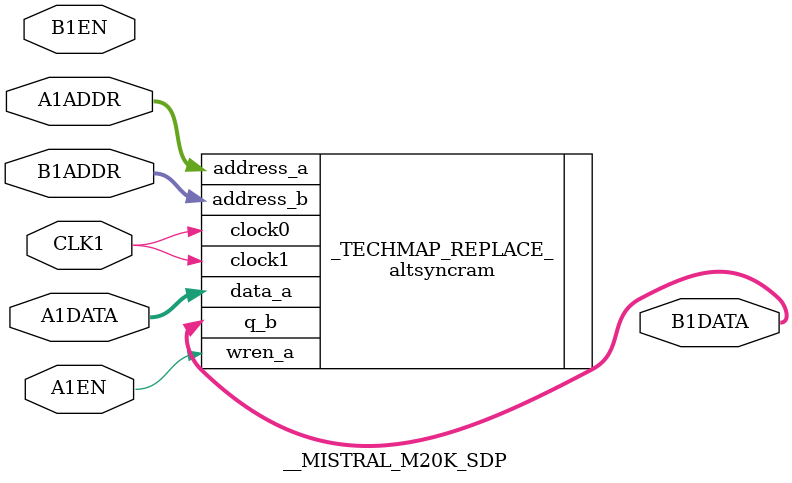
<source format=v>

module __MISTRAL_M20K_SDP(CLK1, A1ADDR, A1DATA, A1EN, B1ADDR, B1DATA, B1EN);

parameter CFG_ABITS = 10;
parameter CFG_DBITS = 20;
parameter CFG_ENABLE_A = 1;
parameter CFG_ENABLE_B = 1;

input CLK1;
input [CFG_ABITS-1:0] A1ADDR, B1ADDR;
input [CFG_DBITS-1:0] A1DATA;
output [CFG_DBITS-1:0] B1DATA;
input [CFG_ENABLE_A-1:0] A1EN, B1EN;

altsyncram #(
    .operation_mode("dual_port"),
    .ram_block_type("m20k"),
    .widthad_a(CFG_ABITS),
    .width_a(CFG_DBITS),
    .widthad_b(CFG_ABITS),
    .width_b(CFG_DBITS),
) _TECHMAP_REPLACE_ (
    .address_a(A1ADDR),
    .data_a(A1DATA),
    .wren_a(A1EN),
    .address_b(B1ADDR),
    .q_b(B1DATA),
    .clock0(CLK1),
    .clock1(CLK1)
);

endmodule

</source>
